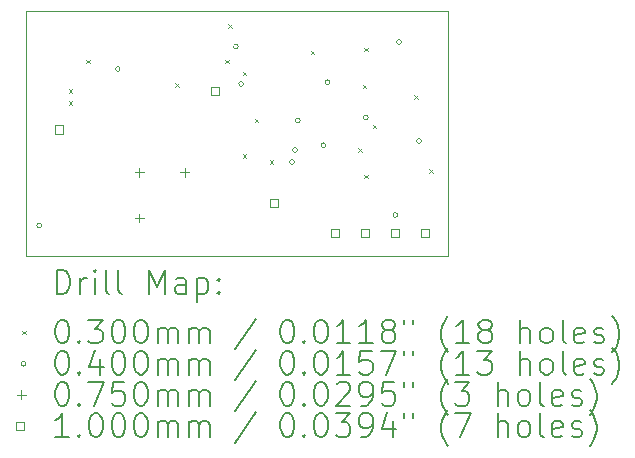
<source format=gbr>
%TF.GenerationSoftware,KiCad,Pcbnew,7.0.10*%
%TF.CreationDate,2025-06-25T11:10:32-05:00*%
%TF.ProjectId,ppg-pcb-4-afe,7070672d-7063-4622-9d34-2d6166652e6b,0*%
%TF.SameCoordinates,Original*%
%TF.FileFunction,Drillmap*%
%TF.FilePolarity,Positive*%
%FSLAX45Y45*%
G04 Gerber Fmt 4.5, Leading zero omitted, Abs format (unit mm)*
G04 Created by KiCad (PCBNEW 7.0.10) date 2025-06-25 11:10:32*
%MOMM*%
%LPD*%
G01*
G04 APERTURE LIST*
%ADD10C,0.100000*%
%ADD11C,0.200000*%
G04 APERTURE END LIST*
D10*
X9826500Y-8175000D02*
X13400000Y-8175000D01*
X13400000Y-10250000D01*
X9826500Y-10250000D01*
X9826500Y-8175000D01*
D11*
D10*
X10185000Y-8835000D02*
X10215000Y-8865000D01*
X10215000Y-8835000D02*
X10185000Y-8865000D01*
X10185000Y-8935000D02*
X10215000Y-8965000D01*
X10215000Y-8935000D02*
X10185000Y-8965000D01*
X10335000Y-8585000D02*
X10365000Y-8615000D01*
X10365000Y-8585000D02*
X10335000Y-8615000D01*
X11085000Y-8785000D02*
X11115000Y-8815000D01*
X11115000Y-8785000D02*
X11085000Y-8815000D01*
X11510000Y-8585000D02*
X11540000Y-8615000D01*
X11540000Y-8585000D02*
X11510000Y-8615000D01*
X11535000Y-8285000D02*
X11565000Y-8315000D01*
X11565000Y-8285000D02*
X11535000Y-8315000D01*
X11660000Y-8685000D02*
X11690000Y-8715000D01*
X11690000Y-8685000D02*
X11660000Y-8715000D01*
X11660000Y-9385000D02*
X11690000Y-9415000D01*
X11690000Y-9385000D02*
X11660000Y-9415000D01*
X11760000Y-9085000D02*
X11790000Y-9115000D01*
X11790000Y-9085000D02*
X11760000Y-9115000D01*
X11885000Y-9435000D02*
X11915000Y-9465000D01*
X11915000Y-9435000D02*
X11885000Y-9465000D01*
X12235000Y-8510000D02*
X12265000Y-8540000D01*
X12265000Y-8510000D02*
X12235000Y-8540000D01*
X12635000Y-9335000D02*
X12665000Y-9365000D01*
X12665000Y-9335000D02*
X12635000Y-9365000D01*
X12672500Y-8797500D02*
X12702500Y-8827500D01*
X12702500Y-8797500D02*
X12672500Y-8827500D01*
X12685000Y-8485000D02*
X12715000Y-8515000D01*
X12715000Y-8485000D02*
X12685000Y-8515000D01*
X12685000Y-9560000D02*
X12715000Y-9590000D01*
X12715000Y-9560000D02*
X12685000Y-9590000D01*
X12760000Y-9135000D02*
X12790000Y-9165000D01*
X12790000Y-9135000D02*
X12760000Y-9165000D01*
X13110000Y-8885000D02*
X13140000Y-8915000D01*
X13140000Y-8885000D02*
X13110000Y-8915000D01*
X13235000Y-9510000D02*
X13265000Y-9540000D01*
X13265000Y-9510000D02*
X13235000Y-9540000D01*
X9955000Y-9990000D02*
G75*
G03*
X9915000Y-9990000I-20000J0D01*
G01*
X9915000Y-9990000D02*
G75*
G03*
X9955000Y-9990000I20000J0D01*
G01*
X10620000Y-8663750D02*
G75*
G03*
X10580000Y-8663750I-20000J0D01*
G01*
X10580000Y-8663750D02*
G75*
G03*
X10620000Y-8663750I20000J0D01*
G01*
X11620000Y-8475000D02*
G75*
G03*
X11580000Y-8475000I-20000J0D01*
G01*
X11580000Y-8475000D02*
G75*
G03*
X11620000Y-8475000I20000J0D01*
G01*
X11664958Y-8790125D02*
G75*
G03*
X11624958Y-8790125I-20000J0D01*
G01*
X11624958Y-8790125D02*
G75*
G03*
X11664958Y-8790125I20000J0D01*
G01*
X12095000Y-9450000D02*
G75*
G03*
X12055000Y-9450000I-20000J0D01*
G01*
X12055000Y-9450000D02*
G75*
G03*
X12095000Y-9450000I20000J0D01*
G01*
X12120000Y-9350000D02*
G75*
G03*
X12080000Y-9350000I-20000J0D01*
G01*
X12080000Y-9350000D02*
G75*
G03*
X12120000Y-9350000I20000J0D01*
G01*
X12145000Y-9100000D02*
G75*
G03*
X12105000Y-9100000I-20000J0D01*
G01*
X12105000Y-9100000D02*
G75*
G03*
X12145000Y-9100000I20000J0D01*
G01*
X12360000Y-9308508D02*
G75*
G03*
X12320000Y-9308508I-20000J0D01*
G01*
X12320000Y-9308508D02*
G75*
G03*
X12360000Y-9308508I20000J0D01*
G01*
X12395000Y-8775000D02*
G75*
G03*
X12355000Y-8775000I-20000J0D01*
G01*
X12355000Y-8775000D02*
G75*
G03*
X12395000Y-8775000I20000J0D01*
G01*
X12720000Y-9075000D02*
G75*
G03*
X12680000Y-9075000I-20000J0D01*
G01*
X12680000Y-9075000D02*
G75*
G03*
X12720000Y-9075000I20000J0D01*
G01*
X12970000Y-9900000D02*
G75*
G03*
X12930000Y-9900000I-20000J0D01*
G01*
X12930000Y-9900000D02*
G75*
G03*
X12970000Y-9900000I20000J0D01*
G01*
X13002500Y-8435000D02*
G75*
G03*
X12962500Y-8435000I-20000J0D01*
G01*
X12962500Y-8435000D02*
G75*
G03*
X13002500Y-8435000I20000J0D01*
G01*
X13170000Y-9272500D02*
G75*
G03*
X13130000Y-9272500I-20000J0D01*
G01*
X13130000Y-9272500D02*
G75*
G03*
X13170000Y-9272500I20000J0D01*
G01*
X10781960Y-9501420D02*
X10781960Y-9576420D01*
X10744460Y-9538920D02*
X10819460Y-9538920D01*
X10781960Y-9887500D02*
X10781960Y-9962500D01*
X10744460Y-9925000D02*
X10819460Y-9925000D01*
X11168040Y-9501420D02*
X11168040Y-9576420D01*
X11130540Y-9538920D02*
X11205540Y-9538920D01*
X10135356Y-9210356D02*
X10135356Y-9139644D01*
X10064644Y-9139644D01*
X10064644Y-9210356D01*
X10135356Y-9210356D01*
X11460356Y-8885356D02*
X11460356Y-8814644D01*
X11389644Y-8814644D01*
X11389644Y-8885356D01*
X11460356Y-8885356D01*
X11960356Y-9835356D02*
X11960356Y-9764644D01*
X11889644Y-9764644D01*
X11889644Y-9835356D01*
X11960356Y-9835356D01*
X12473356Y-10085356D02*
X12473356Y-10014644D01*
X12402644Y-10014644D01*
X12402644Y-10085356D01*
X12473356Y-10085356D01*
X12727356Y-10085356D02*
X12727356Y-10014644D01*
X12656644Y-10014644D01*
X12656644Y-10085356D01*
X12727356Y-10085356D01*
X12981356Y-10085356D02*
X12981356Y-10014644D01*
X12910644Y-10014644D01*
X12910644Y-10085356D01*
X12981356Y-10085356D01*
X13235356Y-10085356D02*
X13235356Y-10014644D01*
X13164644Y-10014644D01*
X13164644Y-10085356D01*
X13235356Y-10085356D01*
D11*
X10082277Y-10566484D02*
X10082277Y-10366484D01*
X10082277Y-10366484D02*
X10129896Y-10366484D01*
X10129896Y-10366484D02*
X10158467Y-10376008D01*
X10158467Y-10376008D02*
X10177515Y-10395055D01*
X10177515Y-10395055D02*
X10187039Y-10414103D01*
X10187039Y-10414103D02*
X10196563Y-10452198D01*
X10196563Y-10452198D02*
X10196563Y-10480770D01*
X10196563Y-10480770D02*
X10187039Y-10518865D01*
X10187039Y-10518865D02*
X10177515Y-10537912D01*
X10177515Y-10537912D02*
X10158467Y-10556960D01*
X10158467Y-10556960D02*
X10129896Y-10566484D01*
X10129896Y-10566484D02*
X10082277Y-10566484D01*
X10282277Y-10566484D02*
X10282277Y-10433150D01*
X10282277Y-10471246D02*
X10291801Y-10452198D01*
X10291801Y-10452198D02*
X10301324Y-10442674D01*
X10301324Y-10442674D02*
X10320372Y-10433150D01*
X10320372Y-10433150D02*
X10339420Y-10433150D01*
X10406086Y-10566484D02*
X10406086Y-10433150D01*
X10406086Y-10366484D02*
X10396563Y-10376008D01*
X10396563Y-10376008D02*
X10406086Y-10385531D01*
X10406086Y-10385531D02*
X10415610Y-10376008D01*
X10415610Y-10376008D02*
X10406086Y-10366484D01*
X10406086Y-10366484D02*
X10406086Y-10385531D01*
X10529896Y-10566484D02*
X10510848Y-10556960D01*
X10510848Y-10556960D02*
X10501324Y-10537912D01*
X10501324Y-10537912D02*
X10501324Y-10366484D01*
X10634658Y-10566484D02*
X10615610Y-10556960D01*
X10615610Y-10556960D02*
X10606086Y-10537912D01*
X10606086Y-10537912D02*
X10606086Y-10366484D01*
X10863229Y-10566484D02*
X10863229Y-10366484D01*
X10863229Y-10366484D02*
X10929896Y-10509341D01*
X10929896Y-10509341D02*
X10996563Y-10366484D01*
X10996563Y-10366484D02*
X10996563Y-10566484D01*
X11177515Y-10566484D02*
X11177515Y-10461722D01*
X11177515Y-10461722D02*
X11167991Y-10442674D01*
X11167991Y-10442674D02*
X11148944Y-10433150D01*
X11148944Y-10433150D02*
X11110848Y-10433150D01*
X11110848Y-10433150D02*
X11091801Y-10442674D01*
X11177515Y-10556960D02*
X11158467Y-10566484D01*
X11158467Y-10566484D02*
X11110848Y-10566484D01*
X11110848Y-10566484D02*
X11091801Y-10556960D01*
X11091801Y-10556960D02*
X11082277Y-10537912D01*
X11082277Y-10537912D02*
X11082277Y-10518865D01*
X11082277Y-10518865D02*
X11091801Y-10499817D01*
X11091801Y-10499817D02*
X11110848Y-10490293D01*
X11110848Y-10490293D02*
X11158467Y-10490293D01*
X11158467Y-10490293D02*
X11177515Y-10480770D01*
X11272753Y-10433150D02*
X11272753Y-10633150D01*
X11272753Y-10442674D02*
X11291801Y-10433150D01*
X11291801Y-10433150D02*
X11329896Y-10433150D01*
X11329896Y-10433150D02*
X11348943Y-10442674D01*
X11348943Y-10442674D02*
X11358467Y-10452198D01*
X11358467Y-10452198D02*
X11367991Y-10471246D01*
X11367991Y-10471246D02*
X11367991Y-10528389D01*
X11367991Y-10528389D02*
X11358467Y-10547436D01*
X11358467Y-10547436D02*
X11348943Y-10556960D01*
X11348943Y-10556960D02*
X11329896Y-10566484D01*
X11329896Y-10566484D02*
X11291801Y-10566484D01*
X11291801Y-10566484D02*
X11272753Y-10556960D01*
X11453705Y-10547436D02*
X11463229Y-10556960D01*
X11463229Y-10556960D02*
X11453705Y-10566484D01*
X11453705Y-10566484D02*
X11444182Y-10556960D01*
X11444182Y-10556960D02*
X11453705Y-10547436D01*
X11453705Y-10547436D02*
X11453705Y-10566484D01*
X11453705Y-10442674D02*
X11463229Y-10452198D01*
X11463229Y-10452198D02*
X11453705Y-10461722D01*
X11453705Y-10461722D02*
X11444182Y-10452198D01*
X11444182Y-10452198D02*
X11453705Y-10442674D01*
X11453705Y-10442674D02*
X11453705Y-10461722D01*
D10*
X9791500Y-10880000D02*
X9821500Y-10910000D01*
X9821500Y-10880000D02*
X9791500Y-10910000D01*
D11*
X10120372Y-10786484D02*
X10139420Y-10786484D01*
X10139420Y-10786484D02*
X10158467Y-10796008D01*
X10158467Y-10796008D02*
X10167991Y-10805531D01*
X10167991Y-10805531D02*
X10177515Y-10824579D01*
X10177515Y-10824579D02*
X10187039Y-10862674D01*
X10187039Y-10862674D02*
X10187039Y-10910293D01*
X10187039Y-10910293D02*
X10177515Y-10948389D01*
X10177515Y-10948389D02*
X10167991Y-10967436D01*
X10167991Y-10967436D02*
X10158467Y-10976960D01*
X10158467Y-10976960D02*
X10139420Y-10986484D01*
X10139420Y-10986484D02*
X10120372Y-10986484D01*
X10120372Y-10986484D02*
X10101324Y-10976960D01*
X10101324Y-10976960D02*
X10091801Y-10967436D01*
X10091801Y-10967436D02*
X10082277Y-10948389D01*
X10082277Y-10948389D02*
X10072753Y-10910293D01*
X10072753Y-10910293D02*
X10072753Y-10862674D01*
X10072753Y-10862674D02*
X10082277Y-10824579D01*
X10082277Y-10824579D02*
X10091801Y-10805531D01*
X10091801Y-10805531D02*
X10101324Y-10796008D01*
X10101324Y-10796008D02*
X10120372Y-10786484D01*
X10272753Y-10967436D02*
X10282277Y-10976960D01*
X10282277Y-10976960D02*
X10272753Y-10986484D01*
X10272753Y-10986484D02*
X10263229Y-10976960D01*
X10263229Y-10976960D02*
X10272753Y-10967436D01*
X10272753Y-10967436D02*
X10272753Y-10986484D01*
X10348944Y-10786484D02*
X10472753Y-10786484D01*
X10472753Y-10786484D02*
X10406086Y-10862674D01*
X10406086Y-10862674D02*
X10434658Y-10862674D01*
X10434658Y-10862674D02*
X10453705Y-10872198D01*
X10453705Y-10872198D02*
X10463229Y-10881722D01*
X10463229Y-10881722D02*
X10472753Y-10900770D01*
X10472753Y-10900770D02*
X10472753Y-10948389D01*
X10472753Y-10948389D02*
X10463229Y-10967436D01*
X10463229Y-10967436D02*
X10453705Y-10976960D01*
X10453705Y-10976960D02*
X10434658Y-10986484D01*
X10434658Y-10986484D02*
X10377515Y-10986484D01*
X10377515Y-10986484D02*
X10358467Y-10976960D01*
X10358467Y-10976960D02*
X10348944Y-10967436D01*
X10596563Y-10786484D02*
X10615610Y-10786484D01*
X10615610Y-10786484D02*
X10634658Y-10796008D01*
X10634658Y-10796008D02*
X10644182Y-10805531D01*
X10644182Y-10805531D02*
X10653705Y-10824579D01*
X10653705Y-10824579D02*
X10663229Y-10862674D01*
X10663229Y-10862674D02*
X10663229Y-10910293D01*
X10663229Y-10910293D02*
X10653705Y-10948389D01*
X10653705Y-10948389D02*
X10644182Y-10967436D01*
X10644182Y-10967436D02*
X10634658Y-10976960D01*
X10634658Y-10976960D02*
X10615610Y-10986484D01*
X10615610Y-10986484D02*
X10596563Y-10986484D01*
X10596563Y-10986484D02*
X10577515Y-10976960D01*
X10577515Y-10976960D02*
X10567991Y-10967436D01*
X10567991Y-10967436D02*
X10558467Y-10948389D01*
X10558467Y-10948389D02*
X10548944Y-10910293D01*
X10548944Y-10910293D02*
X10548944Y-10862674D01*
X10548944Y-10862674D02*
X10558467Y-10824579D01*
X10558467Y-10824579D02*
X10567991Y-10805531D01*
X10567991Y-10805531D02*
X10577515Y-10796008D01*
X10577515Y-10796008D02*
X10596563Y-10786484D01*
X10787039Y-10786484D02*
X10806086Y-10786484D01*
X10806086Y-10786484D02*
X10825134Y-10796008D01*
X10825134Y-10796008D02*
X10834658Y-10805531D01*
X10834658Y-10805531D02*
X10844182Y-10824579D01*
X10844182Y-10824579D02*
X10853705Y-10862674D01*
X10853705Y-10862674D02*
X10853705Y-10910293D01*
X10853705Y-10910293D02*
X10844182Y-10948389D01*
X10844182Y-10948389D02*
X10834658Y-10967436D01*
X10834658Y-10967436D02*
X10825134Y-10976960D01*
X10825134Y-10976960D02*
X10806086Y-10986484D01*
X10806086Y-10986484D02*
X10787039Y-10986484D01*
X10787039Y-10986484D02*
X10767991Y-10976960D01*
X10767991Y-10976960D02*
X10758467Y-10967436D01*
X10758467Y-10967436D02*
X10748944Y-10948389D01*
X10748944Y-10948389D02*
X10739420Y-10910293D01*
X10739420Y-10910293D02*
X10739420Y-10862674D01*
X10739420Y-10862674D02*
X10748944Y-10824579D01*
X10748944Y-10824579D02*
X10758467Y-10805531D01*
X10758467Y-10805531D02*
X10767991Y-10796008D01*
X10767991Y-10796008D02*
X10787039Y-10786484D01*
X10939420Y-10986484D02*
X10939420Y-10853150D01*
X10939420Y-10872198D02*
X10948944Y-10862674D01*
X10948944Y-10862674D02*
X10967991Y-10853150D01*
X10967991Y-10853150D02*
X10996563Y-10853150D01*
X10996563Y-10853150D02*
X11015610Y-10862674D01*
X11015610Y-10862674D02*
X11025134Y-10881722D01*
X11025134Y-10881722D02*
X11025134Y-10986484D01*
X11025134Y-10881722D02*
X11034658Y-10862674D01*
X11034658Y-10862674D02*
X11053705Y-10853150D01*
X11053705Y-10853150D02*
X11082277Y-10853150D01*
X11082277Y-10853150D02*
X11101325Y-10862674D01*
X11101325Y-10862674D02*
X11110848Y-10881722D01*
X11110848Y-10881722D02*
X11110848Y-10986484D01*
X11206086Y-10986484D02*
X11206086Y-10853150D01*
X11206086Y-10872198D02*
X11215610Y-10862674D01*
X11215610Y-10862674D02*
X11234658Y-10853150D01*
X11234658Y-10853150D02*
X11263229Y-10853150D01*
X11263229Y-10853150D02*
X11282277Y-10862674D01*
X11282277Y-10862674D02*
X11291801Y-10881722D01*
X11291801Y-10881722D02*
X11291801Y-10986484D01*
X11291801Y-10881722D02*
X11301324Y-10862674D01*
X11301324Y-10862674D02*
X11320372Y-10853150D01*
X11320372Y-10853150D02*
X11348943Y-10853150D01*
X11348943Y-10853150D02*
X11367991Y-10862674D01*
X11367991Y-10862674D02*
X11377515Y-10881722D01*
X11377515Y-10881722D02*
X11377515Y-10986484D01*
X11767991Y-10776960D02*
X11596563Y-11034103D01*
X12025134Y-10786484D02*
X12044182Y-10786484D01*
X12044182Y-10786484D02*
X12063229Y-10796008D01*
X12063229Y-10796008D02*
X12072753Y-10805531D01*
X12072753Y-10805531D02*
X12082277Y-10824579D01*
X12082277Y-10824579D02*
X12091801Y-10862674D01*
X12091801Y-10862674D02*
X12091801Y-10910293D01*
X12091801Y-10910293D02*
X12082277Y-10948389D01*
X12082277Y-10948389D02*
X12072753Y-10967436D01*
X12072753Y-10967436D02*
X12063229Y-10976960D01*
X12063229Y-10976960D02*
X12044182Y-10986484D01*
X12044182Y-10986484D02*
X12025134Y-10986484D01*
X12025134Y-10986484D02*
X12006086Y-10976960D01*
X12006086Y-10976960D02*
X11996563Y-10967436D01*
X11996563Y-10967436D02*
X11987039Y-10948389D01*
X11987039Y-10948389D02*
X11977515Y-10910293D01*
X11977515Y-10910293D02*
X11977515Y-10862674D01*
X11977515Y-10862674D02*
X11987039Y-10824579D01*
X11987039Y-10824579D02*
X11996563Y-10805531D01*
X11996563Y-10805531D02*
X12006086Y-10796008D01*
X12006086Y-10796008D02*
X12025134Y-10786484D01*
X12177515Y-10967436D02*
X12187039Y-10976960D01*
X12187039Y-10976960D02*
X12177515Y-10986484D01*
X12177515Y-10986484D02*
X12167991Y-10976960D01*
X12167991Y-10976960D02*
X12177515Y-10967436D01*
X12177515Y-10967436D02*
X12177515Y-10986484D01*
X12310848Y-10786484D02*
X12329896Y-10786484D01*
X12329896Y-10786484D02*
X12348944Y-10796008D01*
X12348944Y-10796008D02*
X12358467Y-10805531D01*
X12358467Y-10805531D02*
X12367991Y-10824579D01*
X12367991Y-10824579D02*
X12377515Y-10862674D01*
X12377515Y-10862674D02*
X12377515Y-10910293D01*
X12377515Y-10910293D02*
X12367991Y-10948389D01*
X12367991Y-10948389D02*
X12358467Y-10967436D01*
X12358467Y-10967436D02*
X12348944Y-10976960D01*
X12348944Y-10976960D02*
X12329896Y-10986484D01*
X12329896Y-10986484D02*
X12310848Y-10986484D01*
X12310848Y-10986484D02*
X12291801Y-10976960D01*
X12291801Y-10976960D02*
X12282277Y-10967436D01*
X12282277Y-10967436D02*
X12272753Y-10948389D01*
X12272753Y-10948389D02*
X12263229Y-10910293D01*
X12263229Y-10910293D02*
X12263229Y-10862674D01*
X12263229Y-10862674D02*
X12272753Y-10824579D01*
X12272753Y-10824579D02*
X12282277Y-10805531D01*
X12282277Y-10805531D02*
X12291801Y-10796008D01*
X12291801Y-10796008D02*
X12310848Y-10786484D01*
X12567991Y-10986484D02*
X12453706Y-10986484D01*
X12510848Y-10986484D02*
X12510848Y-10786484D01*
X12510848Y-10786484D02*
X12491801Y-10815055D01*
X12491801Y-10815055D02*
X12472753Y-10834103D01*
X12472753Y-10834103D02*
X12453706Y-10843627D01*
X12758467Y-10986484D02*
X12644182Y-10986484D01*
X12701325Y-10986484D02*
X12701325Y-10786484D01*
X12701325Y-10786484D02*
X12682277Y-10815055D01*
X12682277Y-10815055D02*
X12663229Y-10834103D01*
X12663229Y-10834103D02*
X12644182Y-10843627D01*
X12872753Y-10872198D02*
X12853706Y-10862674D01*
X12853706Y-10862674D02*
X12844182Y-10853150D01*
X12844182Y-10853150D02*
X12834658Y-10834103D01*
X12834658Y-10834103D02*
X12834658Y-10824579D01*
X12834658Y-10824579D02*
X12844182Y-10805531D01*
X12844182Y-10805531D02*
X12853706Y-10796008D01*
X12853706Y-10796008D02*
X12872753Y-10786484D01*
X12872753Y-10786484D02*
X12910848Y-10786484D01*
X12910848Y-10786484D02*
X12929896Y-10796008D01*
X12929896Y-10796008D02*
X12939420Y-10805531D01*
X12939420Y-10805531D02*
X12948944Y-10824579D01*
X12948944Y-10824579D02*
X12948944Y-10834103D01*
X12948944Y-10834103D02*
X12939420Y-10853150D01*
X12939420Y-10853150D02*
X12929896Y-10862674D01*
X12929896Y-10862674D02*
X12910848Y-10872198D01*
X12910848Y-10872198D02*
X12872753Y-10872198D01*
X12872753Y-10872198D02*
X12853706Y-10881722D01*
X12853706Y-10881722D02*
X12844182Y-10891246D01*
X12844182Y-10891246D02*
X12834658Y-10910293D01*
X12834658Y-10910293D02*
X12834658Y-10948389D01*
X12834658Y-10948389D02*
X12844182Y-10967436D01*
X12844182Y-10967436D02*
X12853706Y-10976960D01*
X12853706Y-10976960D02*
X12872753Y-10986484D01*
X12872753Y-10986484D02*
X12910848Y-10986484D01*
X12910848Y-10986484D02*
X12929896Y-10976960D01*
X12929896Y-10976960D02*
X12939420Y-10967436D01*
X12939420Y-10967436D02*
X12948944Y-10948389D01*
X12948944Y-10948389D02*
X12948944Y-10910293D01*
X12948944Y-10910293D02*
X12939420Y-10891246D01*
X12939420Y-10891246D02*
X12929896Y-10881722D01*
X12929896Y-10881722D02*
X12910848Y-10872198D01*
X13025134Y-10786484D02*
X13025134Y-10824579D01*
X13101325Y-10786484D02*
X13101325Y-10824579D01*
X13396563Y-11062674D02*
X13387039Y-11053150D01*
X13387039Y-11053150D02*
X13367991Y-11024579D01*
X13367991Y-11024579D02*
X13358468Y-11005531D01*
X13358468Y-11005531D02*
X13348944Y-10976960D01*
X13348944Y-10976960D02*
X13339420Y-10929341D01*
X13339420Y-10929341D02*
X13339420Y-10891246D01*
X13339420Y-10891246D02*
X13348944Y-10843627D01*
X13348944Y-10843627D02*
X13358468Y-10815055D01*
X13358468Y-10815055D02*
X13367991Y-10796008D01*
X13367991Y-10796008D02*
X13387039Y-10767436D01*
X13387039Y-10767436D02*
X13396563Y-10757912D01*
X13577515Y-10986484D02*
X13463229Y-10986484D01*
X13520372Y-10986484D02*
X13520372Y-10786484D01*
X13520372Y-10786484D02*
X13501325Y-10815055D01*
X13501325Y-10815055D02*
X13482277Y-10834103D01*
X13482277Y-10834103D02*
X13463229Y-10843627D01*
X13691801Y-10872198D02*
X13672753Y-10862674D01*
X13672753Y-10862674D02*
X13663229Y-10853150D01*
X13663229Y-10853150D02*
X13653706Y-10834103D01*
X13653706Y-10834103D02*
X13653706Y-10824579D01*
X13653706Y-10824579D02*
X13663229Y-10805531D01*
X13663229Y-10805531D02*
X13672753Y-10796008D01*
X13672753Y-10796008D02*
X13691801Y-10786484D01*
X13691801Y-10786484D02*
X13729896Y-10786484D01*
X13729896Y-10786484D02*
X13748944Y-10796008D01*
X13748944Y-10796008D02*
X13758468Y-10805531D01*
X13758468Y-10805531D02*
X13767991Y-10824579D01*
X13767991Y-10824579D02*
X13767991Y-10834103D01*
X13767991Y-10834103D02*
X13758468Y-10853150D01*
X13758468Y-10853150D02*
X13748944Y-10862674D01*
X13748944Y-10862674D02*
X13729896Y-10872198D01*
X13729896Y-10872198D02*
X13691801Y-10872198D01*
X13691801Y-10872198D02*
X13672753Y-10881722D01*
X13672753Y-10881722D02*
X13663229Y-10891246D01*
X13663229Y-10891246D02*
X13653706Y-10910293D01*
X13653706Y-10910293D02*
X13653706Y-10948389D01*
X13653706Y-10948389D02*
X13663229Y-10967436D01*
X13663229Y-10967436D02*
X13672753Y-10976960D01*
X13672753Y-10976960D02*
X13691801Y-10986484D01*
X13691801Y-10986484D02*
X13729896Y-10986484D01*
X13729896Y-10986484D02*
X13748944Y-10976960D01*
X13748944Y-10976960D02*
X13758468Y-10967436D01*
X13758468Y-10967436D02*
X13767991Y-10948389D01*
X13767991Y-10948389D02*
X13767991Y-10910293D01*
X13767991Y-10910293D02*
X13758468Y-10891246D01*
X13758468Y-10891246D02*
X13748944Y-10881722D01*
X13748944Y-10881722D02*
X13729896Y-10872198D01*
X14006087Y-10986484D02*
X14006087Y-10786484D01*
X14091801Y-10986484D02*
X14091801Y-10881722D01*
X14091801Y-10881722D02*
X14082277Y-10862674D01*
X14082277Y-10862674D02*
X14063230Y-10853150D01*
X14063230Y-10853150D02*
X14034658Y-10853150D01*
X14034658Y-10853150D02*
X14015610Y-10862674D01*
X14015610Y-10862674D02*
X14006087Y-10872198D01*
X14215610Y-10986484D02*
X14196563Y-10976960D01*
X14196563Y-10976960D02*
X14187039Y-10967436D01*
X14187039Y-10967436D02*
X14177515Y-10948389D01*
X14177515Y-10948389D02*
X14177515Y-10891246D01*
X14177515Y-10891246D02*
X14187039Y-10872198D01*
X14187039Y-10872198D02*
X14196563Y-10862674D01*
X14196563Y-10862674D02*
X14215610Y-10853150D01*
X14215610Y-10853150D02*
X14244182Y-10853150D01*
X14244182Y-10853150D02*
X14263230Y-10862674D01*
X14263230Y-10862674D02*
X14272753Y-10872198D01*
X14272753Y-10872198D02*
X14282277Y-10891246D01*
X14282277Y-10891246D02*
X14282277Y-10948389D01*
X14282277Y-10948389D02*
X14272753Y-10967436D01*
X14272753Y-10967436D02*
X14263230Y-10976960D01*
X14263230Y-10976960D02*
X14244182Y-10986484D01*
X14244182Y-10986484D02*
X14215610Y-10986484D01*
X14396563Y-10986484D02*
X14377515Y-10976960D01*
X14377515Y-10976960D02*
X14367991Y-10957912D01*
X14367991Y-10957912D02*
X14367991Y-10786484D01*
X14548944Y-10976960D02*
X14529896Y-10986484D01*
X14529896Y-10986484D02*
X14491801Y-10986484D01*
X14491801Y-10986484D02*
X14472753Y-10976960D01*
X14472753Y-10976960D02*
X14463230Y-10957912D01*
X14463230Y-10957912D02*
X14463230Y-10881722D01*
X14463230Y-10881722D02*
X14472753Y-10862674D01*
X14472753Y-10862674D02*
X14491801Y-10853150D01*
X14491801Y-10853150D02*
X14529896Y-10853150D01*
X14529896Y-10853150D02*
X14548944Y-10862674D01*
X14548944Y-10862674D02*
X14558468Y-10881722D01*
X14558468Y-10881722D02*
X14558468Y-10900770D01*
X14558468Y-10900770D02*
X14463230Y-10919817D01*
X14634658Y-10976960D02*
X14653706Y-10986484D01*
X14653706Y-10986484D02*
X14691801Y-10986484D01*
X14691801Y-10986484D02*
X14710849Y-10976960D01*
X14710849Y-10976960D02*
X14720372Y-10957912D01*
X14720372Y-10957912D02*
X14720372Y-10948389D01*
X14720372Y-10948389D02*
X14710849Y-10929341D01*
X14710849Y-10929341D02*
X14691801Y-10919817D01*
X14691801Y-10919817D02*
X14663230Y-10919817D01*
X14663230Y-10919817D02*
X14644182Y-10910293D01*
X14644182Y-10910293D02*
X14634658Y-10891246D01*
X14634658Y-10891246D02*
X14634658Y-10881722D01*
X14634658Y-10881722D02*
X14644182Y-10862674D01*
X14644182Y-10862674D02*
X14663230Y-10853150D01*
X14663230Y-10853150D02*
X14691801Y-10853150D01*
X14691801Y-10853150D02*
X14710849Y-10862674D01*
X14787039Y-11062674D02*
X14796563Y-11053150D01*
X14796563Y-11053150D02*
X14815611Y-11024579D01*
X14815611Y-11024579D02*
X14825134Y-11005531D01*
X14825134Y-11005531D02*
X14834658Y-10976960D01*
X14834658Y-10976960D02*
X14844182Y-10929341D01*
X14844182Y-10929341D02*
X14844182Y-10891246D01*
X14844182Y-10891246D02*
X14834658Y-10843627D01*
X14834658Y-10843627D02*
X14825134Y-10815055D01*
X14825134Y-10815055D02*
X14815611Y-10796008D01*
X14815611Y-10796008D02*
X14796563Y-10767436D01*
X14796563Y-10767436D02*
X14787039Y-10757912D01*
D10*
X9821500Y-11159000D02*
G75*
G03*
X9781500Y-11159000I-20000J0D01*
G01*
X9781500Y-11159000D02*
G75*
G03*
X9821500Y-11159000I20000J0D01*
G01*
D11*
X10120372Y-11050484D02*
X10139420Y-11050484D01*
X10139420Y-11050484D02*
X10158467Y-11060008D01*
X10158467Y-11060008D02*
X10167991Y-11069531D01*
X10167991Y-11069531D02*
X10177515Y-11088579D01*
X10177515Y-11088579D02*
X10187039Y-11126674D01*
X10187039Y-11126674D02*
X10187039Y-11174293D01*
X10187039Y-11174293D02*
X10177515Y-11212388D01*
X10177515Y-11212388D02*
X10167991Y-11231436D01*
X10167991Y-11231436D02*
X10158467Y-11240960D01*
X10158467Y-11240960D02*
X10139420Y-11250484D01*
X10139420Y-11250484D02*
X10120372Y-11250484D01*
X10120372Y-11250484D02*
X10101324Y-11240960D01*
X10101324Y-11240960D02*
X10091801Y-11231436D01*
X10091801Y-11231436D02*
X10082277Y-11212388D01*
X10082277Y-11212388D02*
X10072753Y-11174293D01*
X10072753Y-11174293D02*
X10072753Y-11126674D01*
X10072753Y-11126674D02*
X10082277Y-11088579D01*
X10082277Y-11088579D02*
X10091801Y-11069531D01*
X10091801Y-11069531D02*
X10101324Y-11060008D01*
X10101324Y-11060008D02*
X10120372Y-11050484D01*
X10272753Y-11231436D02*
X10282277Y-11240960D01*
X10282277Y-11240960D02*
X10272753Y-11250484D01*
X10272753Y-11250484D02*
X10263229Y-11240960D01*
X10263229Y-11240960D02*
X10272753Y-11231436D01*
X10272753Y-11231436D02*
X10272753Y-11250484D01*
X10453705Y-11117150D02*
X10453705Y-11250484D01*
X10406086Y-11040960D02*
X10358467Y-11183817D01*
X10358467Y-11183817D02*
X10482277Y-11183817D01*
X10596563Y-11050484D02*
X10615610Y-11050484D01*
X10615610Y-11050484D02*
X10634658Y-11060008D01*
X10634658Y-11060008D02*
X10644182Y-11069531D01*
X10644182Y-11069531D02*
X10653705Y-11088579D01*
X10653705Y-11088579D02*
X10663229Y-11126674D01*
X10663229Y-11126674D02*
X10663229Y-11174293D01*
X10663229Y-11174293D02*
X10653705Y-11212388D01*
X10653705Y-11212388D02*
X10644182Y-11231436D01*
X10644182Y-11231436D02*
X10634658Y-11240960D01*
X10634658Y-11240960D02*
X10615610Y-11250484D01*
X10615610Y-11250484D02*
X10596563Y-11250484D01*
X10596563Y-11250484D02*
X10577515Y-11240960D01*
X10577515Y-11240960D02*
X10567991Y-11231436D01*
X10567991Y-11231436D02*
X10558467Y-11212388D01*
X10558467Y-11212388D02*
X10548944Y-11174293D01*
X10548944Y-11174293D02*
X10548944Y-11126674D01*
X10548944Y-11126674D02*
X10558467Y-11088579D01*
X10558467Y-11088579D02*
X10567991Y-11069531D01*
X10567991Y-11069531D02*
X10577515Y-11060008D01*
X10577515Y-11060008D02*
X10596563Y-11050484D01*
X10787039Y-11050484D02*
X10806086Y-11050484D01*
X10806086Y-11050484D02*
X10825134Y-11060008D01*
X10825134Y-11060008D02*
X10834658Y-11069531D01*
X10834658Y-11069531D02*
X10844182Y-11088579D01*
X10844182Y-11088579D02*
X10853705Y-11126674D01*
X10853705Y-11126674D02*
X10853705Y-11174293D01*
X10853705Y-11174293D02*
X10844182Y-11212388D01*
X10844182Y-11212388D02*
X10834658Y-11231436D01*
X10834658Y-11231436D02*
X10825134Y-11240960D01*
X10825134Y-11240960D02*
X10806086Y-11250484D01*
X10806086Y-11250484D02*
X10787039Y-11250484D01*
X10787039Y-11250484D02*
X10767991Y-11240960D01*
X10767991Y-11240960D02*
X10758467Y-11231436D01*
X10758467Y-11231436D02*
X10748944Y-11212388D01*
X10748944Y-11212388D02*
X10739420Y-11174293D01*
X10739420Y-11174293D02*
X10739420Y-11126674D01*
X10739420Y-11126674D02*
X10748944Y-11088579D01*
X10748944Y-11088579D02*
X10758467Y-11069531D01*
X10758467Y-11069531D02*
X10767991Y-11060008D01*
X10767991Y-11060008D02*
X10787039Y-11050484D01*
X10939420Y-11250484D02*
X10939420Y-11117150D01*
X10939420Y-11136198D02*
X10948944Y-11126674D01*
X10948944Y-11126674D02*
X10967991Y-11117150D01*
X10967991Y-11117150D02*
X10996563Y-11117150D01*
X10996563Y-11117150D02*
X11015610Y-11126674D01*
X11015610Y-11126674D02*
X11025134Y-11145722D01*
X11025134Y-11145722D02*
X11025134Y-11250484D01*
X11025134Y-11145722D02*
X11034658Y-11126674D01*
X11034658Y-11126674D02*
X11053705Y-11117150D01*
X11053705Y-11117150D02*
X11082277Y-11117150D01*
X11082277Y-11117150D02*
X11101325Y-11126674D01*
X11101325Y-11126674D02*
X11110848Y-11145722D01*
X11110848Y-11145722D02*
X11110848Y-11250484D01*
X11206086Y-11250484D02*
X11206086Y-11117150D01*
X11206086Y-11136198D02*
X11215610Y-11126674D01*
X11215610Y-11126674D02*
X11234658Y-11117150D01*
X11234658Y-11117150D02*
X11263229Y-11117150D01*
X11263229Y-11117150D02*
X11282277Y-11126674D01*
X11282277Y-11126674D02*
X11291801Y-11145722D01*
X11291801Y-11145722D02*
X11291801Y-11250484D01*
X11291801Y-11145722D02*
X11301324Y-11126674D01*
X11301324Y-11126674D02*
X11320372Y-11117150D01*
X11320372Y-11117150D02*
X11348943Y-11117150D01*
X11348943Y-11117150D02*
X11367991Y-11126674D01*
X11367991Y-11126674D02*
X11377515Y-11145722D01*
X11377515Y-11145722D02*
X11377515Y-11250484D01*
X11767991Y-11040960D02*
X11596563Y-11298103D01*
X12025134Y-11050484D02*
X12044182Y-11050484D01*
X12044182Y-11050484D02*
X12063229Y-11060008D01*
X12063229Y-11060008D02*
X12072753Y-11069531D01*
X12072753Y-11069531D02*
X12082277Y-11088579D01*
X12082277Y-11088579D02*
X12091801Y-11126674D01*
X12091801Y-11126674D02*
X12091801Y-11174293D01*
X12091801Y-11174293D02*
X12082277Y-11212388D01*
X12082277Y-11212388D02*
X12072753Y-11231436D01*
X12072753Y-11231436D02*
X12063229Y-11240960D01*
X12063229Y-11240960D02*
X12044182Y-11250484D01*
X12044182Y-11250484D02*
X12025134Y-11250484D01*
X12025134Y-11250484D02*
X12006086Y-11240960D01*
X12006086Y-11240960D02*
X11996563Y-11231436D01*
X11996563Y-11231436D02*
X11987039Y-11212388D01*
X11987039Y-11212388D02*
X11977515Y-11174293D01*
X11977515Y-11174293D02*
X11977515Y-11126674D01*
X11977515Y-11126674D02*
X11987039Y-11088579D01*
X11987039Y-11088579D02*
X11996563Y-11069531D01*
X11996563Y-11069531D02*
X12006086Y-11060008D01*
X12006086Y-11060008D02*
X12025134Y-11050484D01*
X12177515Y-11231436D02*
X12187039Y-11240960D01*
X12187039Y-11240960D02*
X12177515Y-11250484D01*
X12177515Y-11250484D02*
X12167991Y-11240960D01*
X12167991Y-11240960D02*
X12177515Y-11231436D01*
X12177515Y-11231436D02*
X12177515Y-11250484D01*
X12310848Y-11050484D02*
X12329896Y-11050484D01*
X12329896Y-11050484D02*
X12348944Y-11060008D01*
X12348944Y-11060008D02*
X12358467Y-11069531D01*
X12358467Y-11069531D02*
X12367991Y-11088579D01*
X12367991Y-11088579D02*
X12377515Y-11126674D01*
X12377515Y-11126674D02*
X12377515Y-11174293D01*
X12377515Y-11174293D02*
X12367991Y-11212388D01*
X12367991Y-11212388D02*
X12358467Y-11231436D01*
X12358467Y-11231436D02*
X12348944Y-11240960D01*
X12348944Y-11240960D02*
X12329896Y-11250484D01*
X12329896Y-11250484D02*
X12310848Y-11250484D01*
X12310848Y-11250484D02*
X12291801Y-11240960D01*
X12291801Y-11240960D02*
X12282277Y-11231436D01*
X12282277Y-11231436D02*
X12272753Y-11212388D01*
X12272753Y-11212388D02*
X12263229Y-11174293D01*
X12263229Y-11174293D02*
X12263229Y-11126674D01*
X12263229Y-11126674D02*
X12272753Y-11088579D01*
X12272753Y-11088579D02*
X12282277Y-11069531D01*
X12282277Y-11069531D02*
X12291801Y-11060008D01*
X12291801Y-11060008D02*
X12310848Y-11050484D01*
X12567991Y-11250484D02*
X12453706Y-11250484D01*
X12510848Y-11250484D02*
X12510848Y-11050484D01*
X12510848Y-11050484D02*
X12491801Y-11079055D01*
X12491801Y-11079055D02*
X12472753Y-11098103D01*
X12472753Y-11098103D02*
X12453706Y-11107627D01*
X12748944Y-11050484D02*
X12653706Y-11050484D01*
X12653706Y-11050484D02*
X12644182Y-11145722D01*
X12644182Y-11145722D02*
X12653706Y-11136198D01*
X12653706Y-11136198D02*
X12672753Y-11126674D01*
X12672753Y-11126674D02*
X12720372Y-11126674D01*
X12720372Y-11126674D02*
X12739420Y-11136198D01*
X12739420Y-11136198D02*
X12748944Y-11145722D01*
X12748944Y-11145722D02*
X12758467Y-11164770D01*
X12758467Y-11164770D02*
X12758467Y-11212388D01*
X12758467Y-11212388D02*
X12748944Y-11231436D01*
X12748944Y-11231436D02*
X12739420Y-11240960D01*
X12739420Y-11240960D02*
X12720372Y-11250484D01*
X12720372Y-11250484D02*
X12672753Y-11250484D01*
X12672753Y-11250484D02*
X12653706Y-11240960D01*
X12653706Y-11240960D02*
X12644182Y-11231436D01*
X12825134Y-11050484D02*
X12958467Y-11050484D01*
X12958467Y-11050484D02*
X12872753Y-11250484D01*
X13025134Y-11050484D02*
X13025134Y-11088579D01*
X13101325Y-11050484D02*
X13101325Y-11088579D01*
X13396563Y-11326674D02*
X13387039Y-11317150D01*
X13387039Y-11317150D02*
X13367991Y-11288579D01*
X13367991Y-11288579D02*
X13358468Y-11269531D01*
X13358468Y-11269531D02*
X13348944Y-11240960D01*
X13348944Y-11240960D02*
X13339420Y-11193341D01*
X13339420Y-11193341D02*
X13339420Y-11155246D01*
X13339420Y-11155246D02*
X13348944Y-11107627D01*
X13348944Y-11107627D02*
X13358468Y-11079055D01*
X13358468Y-11079055D02*
X13367991Y-11060008D01*
X13367991Y-11060008D02*
X13387039Y-11031436D01*
X13387039Y-11031436D02*
X13396563Y-11021912D01*
X13577515Y-11250484D02*
X13463229Y-11250484D01*
X13520372Y-11250484D02*
X13520372Y-11050484D01*
X13520372Y-11050484D02*
X13501325Y-11079055D01*
X13501325Y-11079055D02*
X13482277Y-11098103D01*
X13482277Y-11098103D02*
X13463229Y-11107627D01*
X13644182Y-11050484D02*
X13767991Y-11050484D01*
X13767991Y-11050484D02*
X13701325Y-11126674D01*
X13701325Y-11126674D02*
X13729896Y-11126674D01*
X13729896Y-11126674D02*
X13748944Y-11136198D01*
X13748944Y-11136198D02*
X13758468Y-11145722D01*
X13758468Y-11145722D02*
X13767991Y-11164770D01*
X13767991Y-11164770D02*
X13767991Y-11212388D01*
X13767991Y-11212388D02*
X13758468Y-11231436D01*
X13758468Y-11231436D02*
X13748944Y-11240960D01*
X13748944Y-11240960D02*
X13729896Y-11250484D01*
X13729896Y-11250484D02*
X13672753Y-11250484D01*
X13672753Y-11250484D02*
X13653706Y-11240960D01*
X13653706Y-11240960D02*
X13644182Y-11231436D01*
X14006087Y-11250484D02*
X14006087Y-11050484D01*
X14091801Y-11250484D02*
X14091801Y-11145722D01*
X14091801Y-11145722D02*
X14082277Y-11126674D01*
X14082277Y-11126674D02*
X14063230Y-11117150D01*
X14063230Y-11117150D02*
X14034658Y-11117150D01*
X14034658Y-11117150D02*
X14015610Y-11126674D01*
X14015610Y-11126674D02*
X14006087Y-11136198D01*
X14215610Y-11250484D02*
X14196563Y-11240960D01*
X14196563Y-11240960D02*
X14187039Y-11231436D01*
X14187039Y-11231436D02*
X14177515Y-11212388D01*
X14177515Y-11212388D02*
X14177515Y-11155246D01*
X14177515Y-11155246D02*
X14187039Y-11136198D01*
X14187039Y-11136198D02*
X14196563Y-11126674D01*
X14196563Y-11126674D02*
X14215610Y-11117150D01*
X14215610Y-11117150D02*
X14244182Y-11117150D01*
X14244182Y-11117150D02*
X14263230Y-11126674D01*
X14263230Y-11126674D02*
X14272753Y-11136198D01*
X14272753Y-11136198D02*
X14282277Y-11155246D01*
X14282277Y-11155246D02*
X14282277Y-11212388D01*
X14282277Y-11212388D02*
X14272753Y-11231436D01*
X14272753Y-11231436D02*
X14263230Y-11240960D01*
X14263230Y-11240960D02*
X14244182Y-11250484D01*
X14244182Y-11250484D02*
X14215610Y-11250484D01*
X14396563Y-11250484D02*
X14377515Y-11240960D01*
X14377515Y-11240960D02*
X14367991Y-11221912D01*
X14367991Y-11221912D02*
X14367991Y-11050484D01*
X14548944Y-11240960D02*
X14529896Y-11250484D01*
X14529896Y-11250484D02*
X14491801Y-11250484D01*
X14491801Y-11250484D02*
X14472753Y-11240960D01*
X14472753Y-11240960D02*
X14463230Y-11221912D01*
X14463230Y-11221912D02*
X14463230Y-11145722D01*
X14463230Y-11145722D02*
X14472753Y-11126674D01*
X14472753Y-11126674D02*
X14491801Y-11117150D01*
X14491801Y-11117150D02*
X14529896Y-11117150D01*
X14529896Y-11117150D02*
X14548944Y-11126674D01*
X14548944Y-11126674D02*
X14558468Y-11145722D01*
X14558468Y-11145722D02*
X14558468Y-11164770D01*
X14558468Y-11164770D02*
X14463230Y-11183817D01*
X14634658Y-11240960D02*
X14653706Y-11250484D01*
X14653706Y-11250484D02*
X14691801Y-11250484D01*
X14691801Y-11250484D02*
X14710849Y-11240960D01*
X14710849Y-11240960D02*
X14720372Y-11221912D01*
X14720372Y-11221912D02*
X14720372Y-11212388D01*
X14720372Y-11212388D02*
X14710849Y-11193341D01*
X14710849Y-11193341D02*
X14691801Y-11183817D01*
X14691801Y-11183817D02*
X14663230Y-11183817D01*
X14663230Y-11183817D02*
X14644182Y-11174293D01*
X14644182Y-11174293D02*
X14634658Y-11155246D01*
X14634658Y-11155246D02*
X14634658Y-11145722D01*
X14634658Y-11145722D02*
X14644182Y-11126674D01*
X14644182Y-11126674D02*
X14663230Y-11117150D01*
X14663230Y-11117150D02*
X14691801Y-11117150D01*
X14691801Y-11117150D02*
X14710849Y-11126674D01*
X14787039Y-11326674D02*
X14796563Y-11317150D01*
X14796563Y-11317150D02*
X14815611Y-11288579D01*
X14815611Y-11288579D02*
X14825134Y-11269531D01*
X14825134Y-11269531D02*
X14834658Y-11240960D01*
X14834658Y-11240960D02*
X14844182Y-11193341D01*
X14844182Y-11193341D02*
X14844182Y-11155246D01*
X14844182Y-11155246D02*
X14834658Y-11107627D01*
X14834658Y-11107627D02*
X14825134Y-11079055D01*
X14825134Y-11079055D02*
X14815611Y-11060008D01*
X14815611Y-11060008D02*
X14796563Y-11031436D01*
X14796563Y-11031436D02*
X14787039Y-11021912D01*
D10*
X9784000Y-11385500D02*
X9784000Y-11460500D01*
X9746500Y-11423000D02*
X9821500Y-11423000D01*
D11*
X10120372Y-11314484D02*
X10139420Y-11314484D01*
X10139420Y-11314484D02*
X10158467Y-11324008D01*
X10158467Y-11324008D02*
X10167991Y-11333531D01*
X10167991Y-11333531D02*
X10177515Y-11352579D01*
X10177515Y-11352579D02*
X10187039Y-11390674D01*
X10187039Y-11390674D02*
X10187039Y-11438293D01*
X10187039Y-11438293D02*
X10177515Y-11476388D01*
X10177515Y-11476388D02*
X10167991Y-11495436D01*
X10167991Y-11495436D02*
X10158467Y-11504960D01*
X10158467Y-11504960D02*
X10139420Y-11514484D01*
X10139420Y-11514484D02*
X10120372Y-11514484D01*
X10120372Y-11514484D02*
X10101324Y-11504960D01*
X10101324Y-11504960D02*
X10091801Y-11495436D01*
X10091801Y-11495436D02*
X10082277Y-11476388D01*
X10082277Y-11476388D02*
X10072753Y-11438293D01*
X10072753Y-11438293D02*
X10072753Y-11390674D01*
X10072753Y-11390674D02*
X10082277Y-11352579D01*
X10082277Y-11352579D02*
X10091801Y-11333531D01*
X10091801Y-11333531D02*
X10101324Y-11324008D01*
X10101324Y-11324008D02*
X10120372Y-11314484D01*
X10272753Y-11495436D02*
X10282277Y-11504960D01*
X10282277Y-11504960D02*
X10272753Y-11514484D01*
X10272753Y-11514484D02*
X10263229Y-11504960D01*
X10263229Y-11504960D02*
X10272753Y-11495436D01*
X10272753Y-11495436D02*
X10272753Y-11514484D01*
X10348944Y-11314484D02*
X10482277Y-11314484D01*
X10482277Y-11314484D02*
X10396563Y-11514484D01*
X10653705Y-11314484D02*
X10558467Y-11314484D01*
X10558467Y-11314484D02*
X10548944Y-11409722D01*
X10548944Y-11409722D02*
X10558467Y-11400198D01*
X10558467Y-11400198D02*
X10577515Y-11390674D01*
X10577515Y-11390674D02*
X10625134Y-11390674D01*
X10625134Y-11390674D02*
X10644182Y-11400198D01*
X10644182Y-11400198D02*
X10653705Y-11409722D01*
X10653705Y-11409722D02*
X10663229Y-11428769D01*
X10663229Y-11428769D02*
X10663229Y-11476388D01*
X10663229Y-11476388D02*
X10653705Y-11495436D01*
X10653705Y-11495436D02*
X10644182Y-11504960D01*
X10644182Y-11504960D02*
X10625134Y-11514484D01*
X10625134Y-11514484D02*
X10577515Y-11514484D01*
X10577515Y-11514484D02*
X10558467Y-11504960D01*
X10558467Y-11504960D02*
X10548944Y-11495436D01*
X10787039Y-11314484D02*
X10806086Y-11314484D01*
X10806086Y-11314484D02*
X10825134Y-11324008D01*
X10825134Y-11324008D02*
X10834658Y-11333531D01*
X10834658Y-11333531D02*
X10844182Y-11352579D01*
X10844182Y-11352579D02*
X10853705Y-11390674D01*
X10853705Y-11390674D02*
X10853705Y-11438293D01*
X10853705Y-11438293D02*
X10844182Y-11476388D01*
X10844182Y-11476388D02*
X10834658Y-11495436D01*
X10834658Y-11495436D02*
X10825134Y-11504960D01*
X10825134Y-11504960D02*
X10806086Y-11514484D01*
X10806086Y-11514484D02*
X10787039Y-11514484D01*
X10787039Y-11514484D02*
X10767991Y-11504960D01*
X10767991Y-11504960D02*
X10758467Y-11495436D01*
X10758467Y-11495436D02*
X10748944Y-11476388D01*
X10748944Y-11476388D02*
X10739420Y-11438293D01*
X10739420Y-11438293D02*
X10739420Y-11390674D01*
X10739420Y-11390674D02*
X10748944Y-11352579D01*
X10748944Y-11352579D02*
X10758467Y-11333531D01*
X10758467Y-11333531D02*
X10767991Y-11324008D01*
X10767991Y-11324008D02*
X10787039Y-11314484D01*
X10939420Y-11514484D02*
X10939420Y-11381150D01*
X10939420Y-11400198D02*
X10948944Y-11390674D01*
X10948944Y-11390674D02*
X10967991Y-11381150D01*
X10967991Y-11381150D02*
X10996563Y-11381150D01*
X10996563Y-11381150D02*
X11015610Y-11390674D01*
X11015610Y-11390674D02*
X11025134Y-11409722D01*
X11025134Y-11409722D02*
X11025134Y-11514484D01*
X11025134Y-11409722D02*
X11034658Y-11390674D01*
X11034658Y-11390674D02*
X11053705Y-11381150D01*
X11053705Y-11381150D02*
X11082277Y-11381150D01*
X11082277Y-11381150D02*
X11101325Y-11390674D01*
X11101325Y-11390674D02*
X11110848Y-11409722D01*
X11110848Y-11409722D02*
X11110848Y-11514484D01*
X11206086Y-11514484D02*
X11206086Y-11381150D01*
X11206086Y-11400198D02*
X11215610Y-11390674D01*
X11215610Y-11390674D02*
X11234658Y-11381150D01*
X11234658Y-11381150D02*
X11263229Y-11381150D01*
X11263229Y-11381150D02*
X11282277Y-11390674D01*
X11282277Y-11390674D02*
X11291801Y-11409722D01*
X11291801Y-11409722D02*
X11291801Y-11514484D01*
X11291801Y-11409722D02*
X11301324Y-11390674D01*
X11301324Y-11390674D02*
X11320372Y-11381150D01*
X11320372Y-11381150D02*
X11348943Y-11381150D01*
X11348943Y-11381150D02*
X11367991Y-11390674D01*
X11367991Y-11390674D02*
X11377515Y-11409722D01*
X11377515Y-11409722D02*
X11377515Y-11514484D01*
X11767991Y-11304960D02*
X11596563Y-11562103D01*
X12025134Y-11314484D02*
X12044182Y-11314484D01*
X12044182Y-11314484D02*
X12063229Y-11324008D01*
X12063229Y-11324008D02*
X12072753Y-11333531D01*
X12072753Y-11333531D02*
X12082277Y-11352579D01*
X12082277Y-11352579D02*
X12091801Y-11390674D01*
X12091801Y-11390674D02*
X12091801Y-11438293D01*
X12091801Y-11438293D02*
X12082277Y-11476388D01*
X12082277Y-11476388D02*
X12072753Y-11495436D01*
X12072753Y-11495436D02*
X12063229Y-11504960D01*
X12063229Y-11504960D02*
X12044182Y-11514484D01*
X12044182Y-11514484D02*
X12025134Y-11514484D01*
X12025134Y-11514484D02*
X12006086Y-11504960D01*
X12006086Y-11504960D02*
X11996563Y-11495436D01*
X11996563Y-11495436D02*
X11987039Y-11476388D01*
X11987039Y-11476388D02*
X11977515Y-11438293D01*
X11977515Y-11438293D02*
X11977515Y-11390674D01*
X11977515Y-11390674D02*
X11987039Y-11352579D01*
X11987039Y-11352579D02*
X11996563Y-11333531D01*
X11996563Y-11333531D02*
X12006086Y-11324008D01*
X12006086Y-11324008D02*
X12025134Y-11314484D01*
X12177515Y-11495436D02*
X12187039Y-11504960D01*
X12187039Y-11504960D02*
X12177515Y-11514484D01*
X12177515Y-11514484D02*
X12167991Y-11504960D01*
X12167991Y-11504960D02*
X12177515Y-11495436D01*
X12177515Y-11495436D02*
X12177515Y-11514484D01*
X12310848Y-11314484D02*
X12329896Y-11314484D01*
X12329896Y-11314484D02*
X12348944Y-11324008D01*
X12348944Y-11324008D02*
X12358467Y-11333531D01*
X12358467Y-11333531D02*
X12367991Y-11352579D01*
X12367991Y-11352579D02*
X12377515Y-11390674D01*
X12377515Y-11390674D02*
X12377515Y-11438293D01*
X12377515Y-11438293D02*
X12367991Y-11476388D01*
X12367991Y-11476388D02*
X12358467Y-11495436D01*
X12358467Y-11495436D02*
X12348944Y-11504960D01*
X12348944Y-11504960D02*
X12329896Y-11514484D01*
X12329896Y-11514484D02*
X12310848Y-11514484D01*
X12310848Y-11514484D02*
X12291801Y-11504960D01*
X12291801Y-11504960D02*
X12282277Y-11495436D01*
X12282277Y-11495436D02*
X12272753Y-11476388D01*
X12272753Y-11476388D02*
X12263229Y-11438293D01*
X12263229Y-11438293D02*
X12263229Y-11390674D01*
X12263229Y-11390674D02*
X12272753Y-11352579D01*
X12272753Y-11352579D02*
X12282277Y-11333531D01*
X12282277Y-11333531D02*
X12291801Y-11324008D01*
X12291801Y-11324008D02*
X12310848Y-11314484D01*
X12453706Y-11333531D02*
X12463229Y-11324008D01*
X12463229Y-11324008D02*
X12482277Y-11314484D01*
X12482277Y-11314484D02*
X12529896Y-11314484D01*
X12529896Y-11314484D02*
X12548944Y-11324008D01*
X12548944Y-11324008D02*
X12558467Y-11333531D01*
X12558467Y-11333531D02*
X12567991Y-11352579D01*
X12567991Y-11352579D02*
X12567991Y-11371627D01*
X12567991Y-11371627D02*
X12558467Y-11400198D01*
X12558467Y-11400198D02*
X12444182Y-11514484D01*
X12444182Y-11514484D02*
X12567991Y-11514484D01*
X12663229Y-11514484D02*
X12701325Y-11514484D01*
X12701325Y-11514484D02*
X12720372Y-11504960D01*
X12720372Y-11504960D02*
X12729896Y-11495436D01*
X12729896Y-11495436D02*
X12748944Y-11466865D01*
X12748944Y-11466865D02*
X12758467Y-11428769D01*
X12758467Y-11428769D02*
X12758467Y-11352579D01*
X12758467Y-11352579D02*
X12748944Y-11333531D01*
X12748944Y-11333531D02*
X12739420Y-11324008D01*
X12739420Y-11324008D02*
X12720372Y-11314484D01*
X12720372Y-11314484D02*
X12682277Y-11314484D01*
X12682277Y-11314484D02*
X12663229Y-11324008D01*
X12663229Y-11324008D02*
X12653706Y-11333531D01*
X12653706Y-11333531D02*
X12644182Y-11352579D01*
X12644182Y-11352579D02*
X12644182Y-11400198D01*
X12644182Y-11400198D02*
X12653706Y-11419246D01*
X12653706Y-11419246D02*
X12663229Y-11428769D01*
X12663229Y-11428769D02*
X12682277Y-11438293D01*
X12682277Y-11438293D02*
X12720372Y-11438293D01*
X12720372Y-11438293D02*
X12739420Y-11428769D01*
X12739420Y-11428769D02*
X12748944Y-11419246D01*
X12748944Y-11419246D02*
X12758467Y-11400198D01*
X12939420Y-11314484D02*
X12844182Y-11314484D01*
X12844182Y-11314484D02*
X12834658Y-11409722D01*
X12834658Y-11409722D02*
X12844182Y-11400198D01*
X12844182Y-11400198D02*
X12863229Y-11390674D01*
X12863229Y-11390674D02*
X12910848Y-11390674D01*
X12910848Y-11390674D02*
X12929896Y-11400198D01*
X12929896Y-11400198D02*
X12939420Y-11409722D01*
X12939420Y-11409722D02*
X12948944Y-11428769D01*
X12948944Y-11428769D02*
X12948944Y-11476388D01*
X12948944Y-11476388D02*
X12939420Y-11495436D01*
X12939420Y-11495436D02*
X12929896Y-11504960D01*
X12929896Y-11504960D02*
X12910848Y-11514484D01*
X12910848Y-11514484D02*
X12863229Y-11514484D01*
X12863229Y-11514484D02*
X12844182Y-11504960D01*
X12844182Y-11504960D02*
X12834658Y-11495436D01*
X13025134Y-11314484D02*
X13025134Y-11352579D01*
X13101325Y-11314484D02*
X13101325Y-11352579D01*
X13396563Y-11590674D02*
X13387039Y-11581150D01*
X13387039Y-11581150D02*
X13367991Y-11552579D01*
X13367991Y-11552579D02*
X13358468Y-11533531D01*
X13358468Y-11533531D02*
X13348944Y-11504960D01*
X13348944Y-11504960D02*
X13339420Y-11457341D01*
X13339420Y-11457341D02*
X13339420Y-11419246D01*
X13339420Y-11419246D02*
X13348944Y-11371627D01*
X13348944Y-11371627D02*
X13358468Y-11343055D01*
X13358468Y-11343055D02*
X13367991Y-11324008D01*
X13367991Y-11324008D02*
X13387039Y-11295436D01*
X13387039Y-11295436D02*
X13396563Y-11285912D01*
X13453706Y-11314484D02*
X13577515Y-11314484D01*
X13577515Y-11314484D02*
X13510848Y-11390674D01*
X13510848Y-11390674D02*
X13539420Y-11390674D01*
X13539420Y-11390674D02*
X13558468Y-11400198D01*
X13558468Y-11400198D02*
X13567991Y-11409722D01*
X13567991Y-11409722D02*
X13577515Y-11428769D01*
X13577515Y-11428769D02*
X13577515Y-11476388D01*
X13577515Y-11476388D02*
X13567991Y-11495436D01*
X13567991Y-11495436D02*
X13558468Y-11504960D01*
X13558468Y-11504960D02*
X13539420Y-11514484D01*
X13539420Y-11514484D02*
X13482277Y-11514484D01*
X13482277Y-11514484D02*
X13463229Y-11504960D01*
X13463229Y-11504960D02*
X13453706Y-11495436D01*
X13815610Y-11514484D02*
X13815610Y-11314484D01*
X13901325Y-11514484D02*
X13901325Y-11409722D01*
X13901325Y-11409722D02*
X13891801Y-11390674D01*
X13891801Y-11390674D02*
X13872753Y-11381150D01*
X13872753Y-11381150D02*
X13844182Y-11381150D01*
X13844182Y-11381150D02*
X13825134Y-11390674D01*
X13825134Y-11390674D02*
X13815610Y-11400198D01*
X14025134Y-11514484D02*
X14006087Y-11504960D01*
X14006087Y-11504960D02*
X13996563Y-11495436D01*
X13996563Y-11495436D02*
X13987039Y-11476388D01*
X13987039Y-11476388D02*
X13987039Y-11419246D01*
X13987039Y-11419246D02*
X13996563Y-11400198D01*
X13996563Y-11400198D02*
X14006087Y-11390674D01*
X14006087Y-11390674D02*
X14025134Y-11381150D01*
X14025134Y-11381150D02*
X14053706Y-11381150D01*
X14053706Y-11381150D02*
X14072753Y-11390674D01*
X14072753Y-11390674D02*
X14082277Y-11400198D01*
X14082277Y-11400198D02*
X14091801Y-11419246D01*
X14091801Y-11419246D02*
X14091801Y-11476388D01*
X14091801Y-11476388D02*
X14082277Y-11495436D01*
X14082277Y-11495436D02*
X14072753Y-11504960D01*
X14072753Y-11504960D02*
X14053706Y-11514484D01*
X14053706Y-11514484D02*
X14025134Y-11514484D01*
X14206087Y-11514484D02*
X14187039Y-11504960D01*
X14187039Y-11504960D02*
X14177515Y-11485912D01*
X14177515Y-11485912D02*
X14177515Y-11314484D01*
X14358468Y-11504960D02*
X14339420Y-11514484D01*
X14339420Y-11514484D02*
X14301325Y-11514484D01*
X14301325Y-11514484D02*
X14282277Y-11504960D01*
X14282277Y-11504960D02*
X14272753Y-11485912D01*
X14272753Y-11485912D02*
X14272753Y-11409722D01*
X14272753Y-11409722D02*
X14282277Y-11390674D01*
X14282277Y-11390674D02*
X14301325Y-11381150D01*
X14301325Y-11381150D02*
X14339420Y-11381150D01*
X14339420Y-11381150D02*
X14358468Y-11390674D01*
X14358468Y-11390674D02*
X14367991Y-11409722D01*
X14367991Y-11409722D02*
X14367991Y-11428769D01*
X14367991Y-11428769D02*
X14272753Y-11447817D01*
X14444182Y-11504960D02*
X14463230Y-11514484D01*
X14463230Y-11514484D02*
X14501325Y-11514484D01*
X14501325Y-11514484D02*
X14520372Y-11504960D01*
X14520372Y-11504960D02*
X14529896Y-11485912D01*
X14529896Y-11485912D02*
X14529896Y-11476388D01*
X14529896Y-11476388D02*
X14520372Y-11457341D01*
X14520372Y-11457341D02*
X14501325Y-11447817D01*
X14501325Y-11447817D02*
X14472753Y-11447817D01*
X14472753Y-11447817D02*
X14453706Y-11438293D01*
X14453706Y-11438293D02*
X14444182Y-11419246D01*
X14444182Y-11419246D02*
X14444182Y-11409722D01*
X14444182Y-11409722D02*
X14453706Y-11390674D01*
X14453706Y-11390674D02*
X14472753Y-11381150D01*
X14472753Y-11381150D02*
X14501325Y-11381150D01*
X14501325Y-11381150D02*
X14520372Y-11390674D01*
X14596563Y-11590674D02*
X14606087Y-11581150D01*
X14606087Y-11581150D02*
X14625134Y-11552579D01*
X14625134Y-11552579D02*
X14634658Y-11533531D01*
X14634658Y-11533531D02*
X14644182Y-11504960D01*
X14644182Y-11504960D02*
X14653706Y-11457341D01*
X14653706Y-11457341D02*
X14653706Y-11419246D01*
X14653706Y-11419246D02*
X14644182Y-11371627D01*
X14644182Y-11371627D02*
X14634658Y-11343055D01*
X14634658Y-11343055D02*
X14625134Y-11324008D01*
X14625134Y-11324008D02*
X14606087Y-11295436D01*
X14606087Y-11295436D02*
X14596563Y-11285912D01*
D10*
X9806856Y-11722356D02*
X9806856Y-11651644D01*
X9736144Y-11651644D01*
X9736144Y-11722356D01*
X9806856Y-11722356D01*
D11*
X10187039Y-11778484D02*
X10072753Y-11778484D01*
X10129896Y-11778484D02*
X10129896Y-11578484D01*
X10129896Y-11578484D02*
X10110848Y-11607055D01*
X10110848Y-11607055D02*
X10091801Y-11626103D01*
X10091801Y-11626103D02*
X10072753Y-11635627D01*
X10272753Y-11759436D02*
X10282277Y-11768960D01*
X10282277Y-11768960D02*
X10272753Y-11778484D01*
X10272753Y-11778484D02*
X10263229Y-11768960D01*
X10263229Y-11768960D02*
X10272753Y-11759436D01*
X10272753Y-11759436D02*
X10272753Y-11778484D01*
X10406086Y-11578484D02*
X10425134Y-11578484D01*
X10425134Y-11578484D02*
X10444182Y-11588008D01*
X10444182Y-11588008D02*
X10453705Y-11597531D01*
X10453705Y-11597531D02*
X10463229Y-11616579D01*
X10463229Y-11616579D02*
X10472753Y-11654674D01*
X10472753Y-11654674D02*
X10472753Y-11702293D01*
X10472753Y-11702293D02*
X10463229Y-11740388D01*
X10463229Y-11740388D02*
X10453705Y-11759436D01*
X10453705Y-11759436D02*
X10444182Y-11768960D01*
X10444182Y-11768960D02*
X10425134Y-11778484D01*
X10425134Y-11778484D02*
X10406086Y-11778484D01*
X10406086Y-11778484D02*
X10387039Y-11768960D01*
X10387039Y-11768960D02*
X10377515Y-11759436D01*
X10377515Y-11759436D02*
X10367991Y-11740388D01*
X10367991Y-11740388D02*
X10358467Y-11702293D01*
X10358467Y-11702293D02*
X10358467Y-11654674D01*
X10358467Y-11654674D02*
X10367991Y-11616579D01*
X10367991Y-11616579D02*
X10377515Y-11597531D01*
X10377515Y-11597531D02*
X10387039Y-11588008D01*
X10387039Y-11588008D02*
X10406086Y-11578484D01*
X10596563Y-11578484D02*
X10615610Y-11578484D01*
X10615610Y-11578484D02*
X10634658Y-11588008D01*
X10634658Y-11588008D02*
X10644182Y-11597531D01*
X10644182Y-11597531D02*
X10653705Y-11616579D01*
X10653705Y-11616579D02*
X10663229Y-11654674D01*
X10663229Y-11654674D02*
X10663229Y-11702293D01*
X10663229Y-11702293D02*
X10653705Y-11740388D01*
X10653705Y-11740388D02*
X10644182Y-11759436D01*
X10644182Y-11759436D02*
X10634658Y-11768960D01*
X10634658Y-11768960D02*
X10615610Y-11778484D01*
X10615610Y-11778484D02*
X10596563Y-11778484D01*
X10596563Y-11778484D02*
X10577515Y-11768960D01*
X10577515Y-11768960D02*
X10567991Y-11759436D01*
X10567991Y-11759436D02*
X10558467Y-11740388D01*
X10558467Y-11740388D02*
X10548944Y-11702293D01*
X10548944Y-11702293D02*
X10548944Y-11654674D01*
X10548944Y-11654674D02*
X10558467Y-11616579D01*
X10558467Y-11616579D02*
X10567991Y-11597531D01*
X10567991Y-11597531D02*
X10577515Y-11588008D01*
X10577515Y-11588008D02*
X10596563Y-11578484D01*
X10787039Y-11578484D02*
X10806086Y-11578484D01*
X10806086Y-11578484D02*
X10825134Y-11588008D01*
X10825134Y-11588008D02*
X10834658Y-11597531D01*
X10834658Y-11597531D02*
X10844182Y-11616579D01*
X10844182Y-11616579D02*
X10853705Y-11654674D01*
X10853705Y-11654674D02*
X10853705Y-11702293D01*
X10853705Y-11702293D02*
X10844182Y-11740388D01*
X10844182Y-11740388D02*
X10834658Y-11759436D01*
X10834658Y-11759436D02*
X10825134Y-11768960D01*
X10825134Y-11768960D02*
X10806086Y-11778484D01*
X10806086Y-11778484D02*
X10787039Y-11778484D01*
X10787039Y-11778484D02*
X10767991Y-11768960D01*
X10767991Y-11768960D02*
X10758467Y-11759436D01*
X10758467Y-11759436D02*
X10748944Y-11740388D01*
X10748944Y-11740388D02*
X10739420Y-11702293D01*
X10739420Y-11702293D02*
X10739420Y-11654674D01*
X10739420Y-11654674D02*
X10748944Y-11616579D01*
X10748944Y-11616579D02*
X10758467Y-11597531D01*
X10758467Y-11597531D02*
X10767991Y-11588008D01*
X10767991Y-11588008D02*
X10787039Y-11578484D01*
X10939420Y-11778484D02*
X10939420Y-11645150D01*
X10939420Y-11664198D02*
X10948944Y-11654674D01*
X10948944Y-11654674D02*
X10967991Y-11645150D01*
X10967991Y-11645150D02*
X10996563Y-11645150D01*
X10996563Y-11645150D02*
X11015610Y-11654674D01*
X11015610Y-11654674D02*
X11025134Y-11673722D01*
X11025134Y-11673722D02*
X11025134Y-11778484D01*
X11025134Y-11673722D02*
X11034658Y-11654674D01*
X11034658Y-11654674D02*
X11053705Y-11645150D01*
X11053705Y-11645150D02*
X11082277Y-11645150D01*
X11082277Y-11645150D02*
X11101325Y-11654674D01*
X11101325Y-11654674D02*
X11110848Y-11673722D01*
X11110848Y-11673722D02*
X11110848Y-11778484D01*
X11206086Y-11778484D02*
X11206086Y-11645150D01*
X11206086Y-11664198D02*
X11215610Y-11654674D01*
X11215610Y-11654674D02*
X11234658Y-11645150D01*
X11234658Y-11645150D02*
X11263229Y-11645150D01*
X11263229Y-11645150D02*
X11282277Y-11654674D01*
X11282277Y-11654674D02*
X11291801Y-11673722D01*
X11291801Y-11673722D02*
X11291801Y-11778484D01*
X11291801Y-11673722D02*
X11301324Y-11654674D01*
X11301324Y-11654674D02*
X11320372Y-11645150D01*
X11320372Y-11645150D02*
X11348943Y-11645150D01*
X11348943Y-11645150D02*
X11367991Y-11654674D01*
X11367991Y-11654674D02*
X11377515Y-11673722D01*
X11377515Y-11673722D02*
X11377515Y-11778484D01*
X11767991Y-11568960D02*
X11596563Y-11826103D01*
X12025134Y-11578484D02*
X12044182Y-11578484D01*
X12044182Y-11578484D02*
X12063229Y-11588008D01*
X12063229Y-11588008D02*
X12072753Y-11597531D01*
X12072753Y-11597531D02*
X12082277Y-11616579D01*
X12082277Y-11616579D02*
X12091801Y-11654674D01*
X12091801Y-11654674D02*
X12091801Y-11702293D01*
X12091801Y-11702293D02*
X12082277Y-11740388D01*
X12082277Y-11740388D02*
X12072753Y-11759436D01*
X12072753Y-11759436D02*
X12063229Y-11768960D01*
X12063229Y-11768960D02*
X12044182Y-11778484D01*
X12044182Y-11778484D02*
X12025134Y-11778484D01*
X12025134Y-11778484D02*
X12006086Y-11768960D01*
X12006086Y-11768960D02*
X11996563Y-11759436D01*
X11996563Y-11759436D02*
X11987039Y-11740388D01*
X11987039Y-11740388D02*
X11977515Y-11702293D01*
X11977515Y-11702293D02*
X11977515Y-11654674D01*
X11977515Y-11654674D02*
X11987039Y-11616579D01*
X11987039Y-11616579D02*
X11996563Y-11597531D01*
X11996563Y-11597531D02*
X12006086Y-11588008D01*
X12006086Y-11588008D02*
X12025134Y-11578484D01*
X12177515Y-11759436D02*
X12187039Y-11768960D01*
X12187039Y-11768960D02*
X12177515Y-11778484D01*
X12177515Y-11778484D02*
X12167991Y-11768960D01*
X12167991Y-11768960D02*
X12177515Y-11759436D01*
X12177515Y-11759436D02*
X12177515Y-11778484D01*
X12310848Y-11578484D02*
X12329896Y-11578484D01*
X12329896Y-11578484D02*
X12348944Y-11588008D01*
X12348944Y-11588008D02*
X12358467Y-11597531D01*
X12358467Y-11597531D02*
X12367991Y-11616579D01*
X12367991Y-11616579D02*
X12377515Y-11654674D01*
X12377515Y-11654674D02*
X12377515Y-11702293D01*
X12377515Y-11702293D02*
X12367991Y-11740388D01*
X12367991Y-11740388D02*
X12358467Y-11759436D01*
X12358467Y-11759436D02*
X12348944Y-11768960D01*
X12348944Y-11768960D02*
X12329896Y-11778484D01*
X12329896Y-11778484D02*
X12310848Y-11778484D01*
X12310848Y-11778484D02*
X12291801Y-11768960D01*
X12291801Y-11768960D02*
X12282277Y-11759436D01*
X12282277Y-11759436D02*
X12272753Y-11740388D01*
X12272753Y-11740388D02*
X12263229Y-11702293D01*
X12263229Y-11702293D02*
X12263229Y-11654674D01*
X12263229Y-11654674D02*
X12272753Y-11616579D01*
X12272753Y-11616579D02*
X12282277Y-11597531D01*
X12282277Y-11597531D02*
X12291801Y-11588008D01*
X12291801Y-11588008D02*
X12310848Y-11578484D01*
X12444182Y-11578484D02*
X12567991Y-11578484D01*
X12567991Y-11578484D02*
X12501325Y-11654674D01*
X12501325Y-11654674D02*
X12529896Y-11654674D01*
X12529896Y-11654674D02*
X12548944Y-11664198D01*
X12548944Y-11664198D02*
X12558467Y-11673722D01*
X12558467Y-11673722D02*
X12567991Y-11692769D01*
X12567991Y-11692769D02*
X12567991Y-11740388D01*
X12567991Y-11740388D02*
X12558467Y-11759436D01*
X12558467Y-11759436D02*
X12548944Y-11768960D01*
X12548944Y-11768960D02*
X12529896Y-11778484D01*
X12529896Y-11778484D02*
X12472753Y-11778484D01*
X12472753Y-11778484D02*
X12453706Y-11768960D01*
X12453706Y-11768960D02*
X12444182Y-11759436D01*
X12663229Y-11778484D02*
X12701325Y-11778484D01*
X12701325Y-11778484D02*
X12720372Y-11768960D01*
X12720372Y-11768960D02*
X12729896Y-11759436D01*
X12729896Y-11759436D02*
X12748944Y-11730865D01*
X12748944Y-11730865D02*
X12758467Y-11692769D01*
X12758467Y-11692769D02*
X12758467Y-11616579D01*
X12758467Y-11616579D02*
X12748944Y-11597531D01*
X12748944Y-11597531D02*
X12739420Y-11588008D01*
X12739420Y-11588008D02*
X12720372Y-11578484D01*
X12720372Y-11578484D02*
X12682277Y-11578484D01*
X12682277Y-11578484D02*
X12663229Y-11588008D01*
X12663229Y-11588008D02*
X12653706Y-11597531D01*
X12653706Y-11597531D02*
X12644182Y-11616579D01*
X12644182Y-11616579D02*
X12644182Y-11664198D01*
X12644182Y-11664198D02*
X12653706Y-11683246D01*
X12653706Y-11683246D02*
X12663229Y-11692769D01*
X12663229Y-11692769D02*
X12682277Y-11702293D01*
X12682277Y-11702293D02*
X12720372Y-11702293D01*
X12720372Y-11702293D02*
X12739420Y-11692769D01*
X12739420Y-11692769D02*
X12748944Y-11683246D01*
X12748944Y-11683246D02*
X12758467Y-11664198D01*
X12929896Y-11645150D02*
X12929896Y-11778484D01*
X12882277Y-11568960D02*
X12834658Y-11711817D01*
X12834658Y-11711817D02*
X12958467Y-11711817D01*
X13025134Y-11578484D02*
X13025134Y-11616579D01*
X13101325Y-11578484D02*
X13101325Y-11616579D01*
X13396563Y-11854674D02*
X13387039Y-11845150D01*
X13387039Y-11845150D02*
X13367991Y-11816579D01*
X13367991Y-11816579D02*
X13358468Y-11797531D01*
X13358468Y-11797531D02*
X13348944Y-11768960D01*
X13348944Y-11768960D02*
X13339420Y-11721341D01*
X13339420Y-11721341D02*
X13339420Y-11683246D01*
X13339420Y-11683246D02*
X13348944Y-11635627D01*
X13348944Y-11635627D02*
X13358468Y-11607055D01*
X13358468Y-11607055D02*
X13367991Y-11588008D01*
X13367991Y-11588008D02*
X13387039Y-11559436D01*
X13387039Y-11559436D02*
X13396563Y-11549912D01*
X13453706Y-11578484D02*
X13587039Y-11578484D01*
X13587039Y-11578484D02*
X13501325Y-11778484D01*
X13815610Y-11778484D02*
X13815610Y-11578484D01*
X13901325Y-11778484D02*
X13901325Y-11673722D01*
X13901325Y-11673722D02*
X13891801Y-11654674D01*
X13891801Y-11654674D02*
X13872753Y-11645150D01*
X13872753Y-11645150D02*
X13844182Y-11645150D01*
X13844182Y-11645150D02*
X13825134Y-11654674D01*
X13825134Y-11654674D02*
X13815610Y-11664198D01*
X14025134Y-11778484D02*
X14006087Y-11768960D01*
X14006087Y-11768960D02*
X13996563Y-11759436D01*
X13996563Y-11759436D02*
X13987039Y-11740388D01*
X13987039Y-11740388D02*
X13987039Y-11683246D01*
X13987039Y-11683246D02*
X13996563Y-11664198D01*
X13996563Y-11664198D02*
X14006087Y-11654674D01*
X14006087Y-11654674D02*
X14025134Y-11645150D01*
X14025134Y-11645150D02*
X14053706Y-11645150D01*
X14053706Y-11645150D02*
X14072753Y-11654674D01*
X14072753Y-11654674D02*
X14082277Y-11664198D01*
X14082277Y-11664198D02*
X14091801Y-11683246D01*
X14091801Y-11683246D02*
X14091801Y-11740388D01*
X14091801Y-11740388D02*
X14082277Y-11759436D01*
X14082277Y-11759436D02*
X14072753Y-11768960D01*
X14072753Y-11768960D02*
X14053706Y-11778484D01*
X14053706Y-11778484D02*
X14025134Y-11778484D01*
X14206087Y-11778484D02*
X14187039Y-11768960D01*
X14187039Y-11768960D02*
X14177515Y-11749912D01*
X14177515Y-11749912D02*
X14177515Y-11578484D01*
X14358468Y-11768960D02*
X14339420Y-11778484D01*
X14339420Y-11778484D02*
X14301325Y-11778484D01*
X14301325Y-11778484D02*
X14282277Y-11768960D01*
X14282277Y-11768960D02*
X14272753Y-11749912D01*
X14272753Y-11749912D02*
X14272753Y-11673722D01*
X14272753Y-11673722D02*
X14282277Y-11654674D01*
X14282277Y-11654674D02*
X14301325Y-11645150D01*
X14301325Y-11645150D02*
X14339420Y-11645150D01*
X14339420Y-11645150D02*
X14358468Y-11654674D01*
X14358468Y-11654674D02*
X14367991Y-11673722D01*
X14367991Y-11673722D02*
X14367991Y-11692769D01*
X14367991Y-11692769D02*
X14272753Y-11711817D01*
X14444182Y-11768960D02*
X14463230Y-11778484D01*
X14463230Y-11778484D02*
X14501325Y-11778484D01*
X14501325Y-11778484D02*
X14520372Y-11768960D01*
X14520372Y-11768960D02*
X14529896Y-11749912D01*
X14529896Y-11749912D02*
X14529896Y-11740388D01*
X14529896Y-11740388D02*
X14520372Y-11721341D01*
X14520372Y-11721341D02*
X14501325Y-11711817D01*
X14501325Y-11711817D02*
X14472753Y-11711817D01*
X14472753Y-11711817D02*
X14453706Y-11702293D01*
X14453706Y-11702293D02*
X14444182Y-11683246D01*
X14444182Y-11683246D02*
X14444182Y-11673722D01*
X14444182Y-11673722D02*
X14453706Y-11654674D01*
X14453706Y-11654674D02*
X14472753Y-11645150D01*
X14472753Y-11645150D02*
X14501325Y-11645150D01*
X14501325Y-11645150D02*
X14520372Y-11654674D01*
X14596563Y-11854674D02*
X14606087Y-11845150D01*
X14606087Y-11845150D02*
X14625134Y-11816579D01*
X14625134Y-11816579D02*
X14634658Y-11797531D01*
X14634658Y-11797531D02*
X14644182Y-11768960D01*
X14644182Y-11768960D02*
X14653706Y-11721341D01*
X14653706Y-11721341D02*
X14653706Y-11683246D01*
X14653706Y-11683246D02*
X14644182Y-11635627D01*
X14644182Y-11635627D02*
X14634658Y-11607055D01*
X14634658Y-11607055D02*
X14625134Y-11588008D01*
X14625134Y-11588008D02*
X14606087Y-11559436D01*
X14606087Y-11559436D02*
X14596563Y-11549912D01*
M02*

</source>
